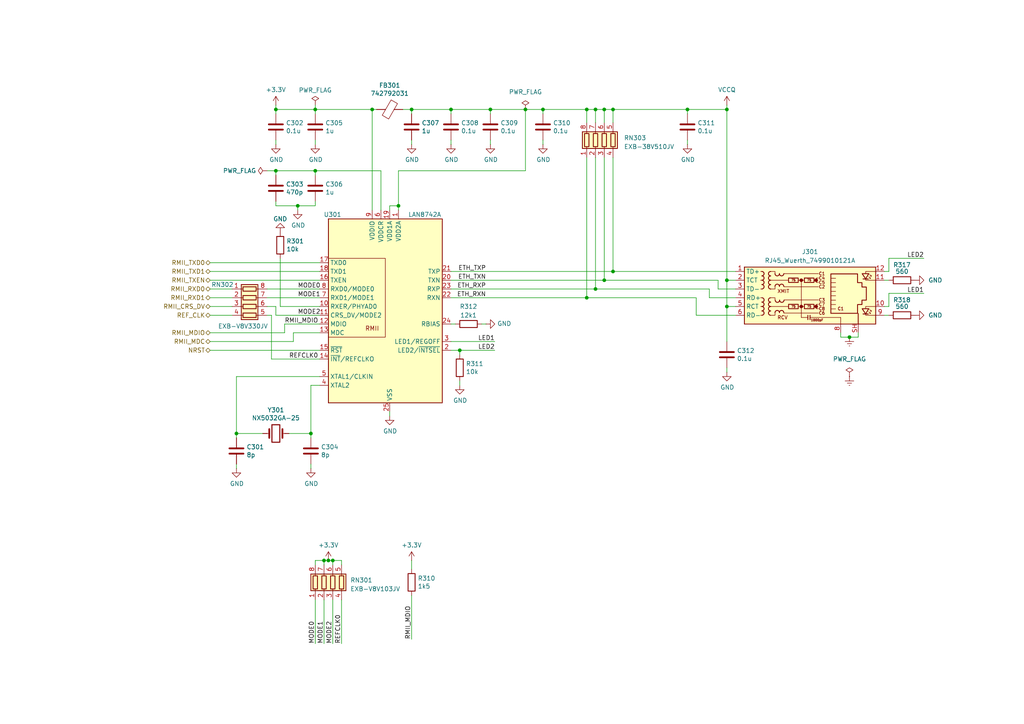
<source format=kicad_sch>
(kicad_sch (version 20231120) (generator "eeschema") (generator_version "8.0")
  (paper "A4")
  (lib_symbols
    (symbol "Connector:RJ45_Wuerth_7499010121A"
      (property "Reference" "J" (at 17.78 10.16 0))
      (property "Value" "RJ45_Wuerth_7499010121A" (at -6.35 10.16 0))
      (symbol "RJ45_Wuerth_7499010121A_0_0"
        (circle (center -1.27 -2.54) (radius 0.0001) (stroke (width 0.508)))
        (circle (center -1.27 5.08) (radius 0.0001) (stroke (width 0.508)))
        (polyline (pts (xy -1.27 5.08) (xy -1.27 -5.715)))
        (polyline (pts (xy 0.635 -5.08) (xy 0.635 -6.35)) (stroke (width 0.254)))
        (polyline (pts (xy 1.27 -5.08) (xy 1.27 -6.35)) (stroke (width 0.254)))
        (polyline (pts (xy 3.048 -2.54) (xy 2.54 -2.54)))
        (polyline (pts (xy 3.048 5.08) (xy 2.54 5.08)))
        (polyline (pts (xy 17.399 -3.175) (xy 17.399 -2.54) (xy 20.32 -2.54)))
        (polyline (pts (xy 17.399 6.985) (xy 17.399 7.62) (xy 20.32 7.62)))
        (polyline (pts (xy 20.32 -5.08) (xy 17.399 -5.08) (xy 17.399 -4.572)))
        (polyline (pts (xy 20.32 5.08) (xy 17.399 5.08) (xy 17.399 5.588)))
        (polyline (pts (xy 3.683 -1.905) (xy 3.048 -1.905) (xy 3.048 -3.175) (xy 3.683 -3.175)))
        (polyline (pts (xy 3.683 5.715) (xy 3.048 5.715) (xy 3.048 4.445) (xy 3.683 4.445)))
        (circle (center 3.048 -2.54) (radius 0.0001) (stroke (width 0.508)))
        (circle (center 3.048 5.08) (radius 0.0001) (stroke (width 0.508)))
        (text "C1" (at 4.699 6.985 0) (effects (font (size 0.889 0.889))))
        (text "C1" (at 10.16 -3.175 0) (effects (font (size 0.889 0.889))))
        (text "C2" (at 4.699 3.175 0) (effects (font (size 0.889 0.889))))
        (text "C3" (at 4.699 -0.635 0) (effects (font (size 0.889 0.889))))
        (text "C4" (at 4.699 5.715 0) (effects (font (size 0.889 0.889))))
        (text "C5" (at 4.699 4.445 0) (effects (font (size 0.889 0.889))))
        (text "C6" (at 4.699 -4.445 0) (effects (font (size 0.889 0.889))))
        (text "C7" (at 4.699 -1.905 0) (effects (font (size 0.889 0.889))))
        (text "C8" (at 4.699 -3.175 0) (effects (font (size 0.889 0.889))))
        (text "RCV" (at -8.255 -5.715 0) (effects (font (size 1.016 1.016)) (justify left)))
        (text "XMIT" (at -8.255 1.905 0) (effects (font (size 1.016 1.016)) (justify left)))
      )
      (symbol "RJ45_Wuerth_7499010121A_0_1"
        (rectangle (start -17.78 8.89) (end 20.32 -7.62) (stroke (width 0.254)) (fill (type background)))
        (polyline (pts (xy -12.7 -5.08) (xy -13.081 -5.08)))
        (polyline (pts (xy -12.7 -2.54) (xy -13.081 -2.54)))
        (polyline (pts (xy -12.7 0) (xy -13.081 0)))
        (polyline (pts (xy -12.7 2.54) (xy -13.081 2.54)))
        (polyline (pts (xy -12.7 5.08) (xy -13.081 5.08)))
        (polyline (pts (xy -12.7 7.62) (xy -13.081 7.62)))
        (polyline (pts (xy -6.35 -4.445) (xy 3.683 -4.445)))
        (polyline (pts (xy -6.35 3.175) (xy 3.683 3.175)))
        (polyline (pts (xy -6.35 6.985) (xy 3.683 6.985)))
        (polyline (pts (xy -6.223 -0.635) (xy 3.683 -0.635)))
        (polyline (pts (xy -5.08 -2.54) (xy -10.16 -2.54)))
        (polyline (pts (xy -4.953 5.08) (xy -10.16 5.08)))
        (polyline (pts (xy -2.159 -2.54) (xy -0.381 -2.54)))
        (polyline (pts (xy -2.159 5.08) (xy -0.381 5.08)))
        (polyline (pts (xy 0.635 -5.715) (xy -1.27 -5.715)))
        (polyline (pts (xy 7.4295 -1.9685) (xy 8.6995 -1.9685)))
        (polyline (pts (xy 7.4295 -0.6985) (xy 8.6995 -0.6985)))
        (polyline (pts (xy 7.4295 0.5715) (xy 8.6995 0.5715)))
        (polyline (pts (xy 7.4295 1.8415) (xy 8.6995 1.8415)))
        (polyline (pts (xy 7.4295 3.1115) (xy 8.6995 3.1115)))
        (polyline (pts (xy 8.6995 -3.2385) (xy 7.4295 -3.2385)))
        (polyline (pts (xy 8.6995 4.3815) (xy 7.4295 4.3815)))
        (polyline (pts (xy 8.6995 5.6515) (xy 7.4295 5.6515)))
        (polyline (pts (xy 10.16 -5.715) (xy 1.27 -5.715)))
        (polyline (pts (xy 10.16 -5.715) (xy 10.16 -7.62)))
        (polyline (pts (xy -10.16 0) (xy -8.89 0) (xy -8.89 -0.635)))
        (polyline (pts (xy -10.16 7.62) (xy -8.89 7.62) (xy -8.89 6.985)))
        (polyline (pts (xy -8.89 -4.445) (xy -8.89 -5.08) (xy -10.16 -5.08)))
        (polyline (pts (xy -8.89 3.175) (xy -8.89 2.54) (xy -10.16 2.54)))
      )
      (symbol "RJ45_Wuerth_7499010121A_1_0"
        (text "1000pF" (at 3.302 -6.477 0) (effects (font (size 0.635 0.635))))
      )
      (symbol "RJ45_Wuerth_7499010121A_1_1"
        (arc (start -12.7 -1.27) (mid -12.0677 -0.635) (end -12.7 0) (stroke (width 0.254)))
        (arc (start -12.6973 -5.08) (mid -12.065 -4.445) (end -12.6973 -3.81) (stroke (width 0.254)))
        (arc (start -12.6973 -3.81) (mid -12.065 -3.175) (end -12.6973 -2.54) (stroke (width 0.254)))
        (arc (start -12.6973 -2.54) (mid -12.065 -1.905) (end -12.6973 -1.27) (stroke (width 0.254)))
        (arc (start -12.6973 6.35) (mid -12.065 6.985) (end -12.6973 7.62) (stroke (width 0.254)))
        (arc (start -12.6946 2.54) (mid -12.0623 3.175) (end -12.6946 3.81) (stroke (width 0.254)))
        (arc (start -12.6946 3.81) (mid -12.0623 4.445) (end -12.6946 5.08) (stroke (width 0.254)))
        (arc (start -12.6946 5.08) (mid -12.0623 5.715) (end -12.6946 6.35) (stroke (width 0.254)))
        (arc (start -10.1654 -2.54) (mid -10.7977 -3.175) (end -10.1654 -3.81) (stroke (width 0.254)))
        (arc (start -10.1654 -1.27) (mid -10.7977 -1.905) (end -10.1654 -2.54) (stroke (width 0.254)))
        (arc (start -10.1654 0) (mid -10.7977 -0.635) (end -10.1654 -1.27) (stroke (width 0.254)))
        (arc (start -10.1654 5.08) (mid -10.7977 4.445) (end -10.1654 3.81) (stroke (width 0.254)))
        (arc (start -10.1654 6.35) (mid -10.7977 5.715) (end -10.1654 5.08) (stroke (width 0.254)))
        (arc (start -10.1654 7.62) (mid -10.7977 6.985) (end -10.1654 6.35) (stroke (width 0.254)))
        (arc (start -10.1627 -3.81) (mid -10.795 -4.445) (end -10.1627 -5.08) (stroke (width 0.254)))
        (arc (start -10.1627 3.81) (mid -10.795 3.175) (end -10.1627 2.54) (stroke (width 0.254)))
        (arc (start -8.89 6.9823) (mid -8.255 6.35) (end -7.62 6.9823) (stroke (width 0.254)))
        (arc (start -8.8265 -0.7012) (mid -8.1915 -1.3335) (end -7.5565 -0.7012) (stroke (width 0.254)))
        (arc (start -7.62 -4.3153) (mid -8.255 -3.683) (end -8.89 -4.3153) (stroke (width 0.254)))
        (arc (start -7.62 3.3047) (mid -8.255 3.937) (end -8.89 3.3047) (stroke (width 0.254)))
        (arc (start -7.62 6.985) (mid -6.985 6.3527) (end -6.35 6.985) (stroke (width 0.254)))
        (arc (start -7.5565 -0.6985) (mid -6.9215 -1.3308) (end -6.2865 -0.6985) (stroke (width 0.254)))
        (arc (start -6.35 -4.3126) (mid -6.985 -3.6803) (end -7.62 -4.3126) (stroke (width 0.254)))
        (arc (start -6.35 3.3074) (mid -6.985 3.9397) (end -7.62 3.3074) (stroke (width 0.254)))
        (rectangle (start -4.953 -1.905) (end -2.159 -3.175) (stroke (width 0.254)))
        (rectangle (start -4.953 5.715) (end -2.159 4.445) (stroke (width 0.254)))
        (rectangle (start -0.381 -1.905) (end 2.413 -3.175) (stroke (width 0.254)))
        (rectangle (start -0.381 5.715) (end 2.413 4.445) (stroke (width 0.254)))
        (polyline (pts (xy 15.24 -7.62) (xy 15.24 -4.572)) (stroke (width 0.254)))
        (polyline (pts (xy 18.161 -4.699) (xy 16.637 -4.699)) (stroke (width 0.254)))
        (polyline (pts (xy 18.161 5.461) (xy 16.637 5.461)) (stroke (width 0.254)))
        (polyline (pts (xy 18.796 -4.572) (xy 18.796 -4.318)))
        (polyline (pts (xy 18.796 5.588) (xy 18.796 5.842)))
        (polyline (pts (xy 19.05 -3.937) (xy 19.05 -3.683)))
        (polyline (pts (xy 19.05 6.223) (xy 19.05 6.477)))
        (polyline (pts (xy 18.288 -4.064) (xy 18.796 -4.572) (xy 18.542 -4.572)))
        (polyline (pts (xy 18.288 6.096) (xy 18.796 5.588) (xy 18.542 5.588)))
        (polyline (pts (xy 18.542 -3.429) (xy 19.05 -3.937) (xy 18.796 -3.937)))
        (polyline (pts (xy 18.542 6.731) (xy 19.05 6.223) (xy 18.796 6.223)))
        (polyline (pts (xy 18.288 -3.175) (xy 16.383 -3.175) (xy 17.399 -4.699) (xy 18.288 -3.175)) (stroke (width 0.254)))
        (polyline (pts (xy 18.288 6.985) (xy 16.383 6.985) (xy 17.399 5.461) (xy 18.288 6.985)) (stroke (width 0.254)))
        (polyline (pts (xy 7.3025 -4.5085) (xy 7.3025 6.9215) (xy 15.0495 6.9215) (xy 15.0495 4.3815) (xy 16.3195 4.3815) (xy 16.3195 3.1115) (xy 17.5895 3.1115) (xy 17.5895 -0.6985) (xy 16.3195 -0.6985) (xy 16.3195 -1.9685) (xy 15.0495 -1.9685) (xy 15.0495 -4.5085) (xy 7.3025 -4.5085)) (stroke (width 0.254)))
        (text "75" (at -3.556 -2.54 0) (effects (font (size 0.635 0.635))))
        (text "75" (at -3.556 5.08 0) (effects (font (size 0.635 0.635))))
        (text "75" (at 1.016 -2.54 0) (effects (font (size 0.635 0.635))))
        (text "75" (at 1.016 5.08 0) (effects (font (size 0.635 0.635))))
        (pin passive line (at -20.32 7.62 0) (length 2.54) (name "TD+") (number "1"))
        (pin passive line (at 22.86 -2.54 180) (length 2.54) (name "") (number "10"))
        (pin passive line (at 22.86 5.08 180) (length 2.54) (name "") (number "11"))
        (pin passive line (at 22.86 7.62 180) (length 2.54) (name "") (number "12"))
        (pin passive line (at -20.32 5.08 0) (length 2.54) (name "TCT") (number "2"))
        (pin passive line (at -20.32 2.54 0) (length 2.54) (name "TD-") (number "3"))
        (pin passive line (at -20.32 0 0) (length 2.54) (name "RD+") (number "4"))
        (pin passive line (at -20.32 -2.54 0) (length 2.54) (name "RCT") (number "5"))
        (pin passive line (at -20.32 -5.08 0) (length 2.54) (name "RD-") (number "6"))
        (pin no_connect line (at 20.32 0 0) (length 0) hide (name "NC") (number "7"))
        (pin power_in line (at 10.16 -10.16 90) (length 2.54) (name "") (number "8"))
        (pin passive line (at 22.86 -5.08 180) (length 2.54) (name "") (number "9"))
        (pin passive line (at 15.24 -10.16 90) (length 2.54) (name "") (number "SH"))
      )
    )
    (symbol "Device:C" (pin_numbers hide) (pin_names (offset 0.254))
      (property "Reference" "C" (at 0.635 2.54 0))
      (property "Value" "C" (at 0.635 -2.54 0))
      (symbol "C_0_1"
        (polyline (pts (xy -2.032 -0.762) (xy 2.032 -0.762)) (stroke (width 0.508)))
        (polyline (pts (xy -2.032 0.762) (xy 2.032 0.762)) (stroke (width 0.508)))
      )
      (symbol "C_1_1"
        (pin passive line (at 0 3.81 270) (length 2.794) (name "~") (number "1"))
        (pin passive line (at 0 -3.81 90) (length 2.794) (name "~") (number "2"))
      )
    )
    (symbol "Device:Crystal" (pin_numbers hide) (pin_names (offset 1.016) hide)
      (property "Reference" "Y" (at 0 3.81 0))
      (property "Value" "Crystal" (at 0 -3.81 0))
      (symbol "Crystal_0_1"
        (rectangle (start -1.143 2.54) (end 1.143 -2.54) (stroke (width 0.3048)))
        (polyline (pts (xy -2.54 0) (xy -1.905 0)))
        (polyline (pts (xy -1.905 -1.27) (xy -1.905 1.27)) (stroke (width 0.508)))
        (polyline (pts (xy 1.905 -1.27) (xy 1.905 1.27)) (stroke (width 0.508)))
        (polyline (pts (xy 2.54 0) (xy 1.905 0)))
      )
      (symbol "Crystal_1_1"
        (pin passive line (at -3.81 0 0) (length 1.27) (name "1") (number "1"))
        (pin passive line (at 3.81 0 180) (length 1.27) (name "2") (number "2"))
      )
    )
    (symbol "Device:FerriteBead" (pin_numbers hide) (pin_names (offset 0))
      (property "Reference" "FB" (at -3.81 0.635 90))
      (property "Value" "FerriteBead" (at 3.81 0 90))
      (symbol "FerriteBead_0_1"
        (polyline (pts (xy 0 -1.27) (xy 0 -1.2192)))
        (polyline (pts (xy 0 1.27) (xy 0 1.2954)))
        (polyline (pts (xy -2.7686 0.4064) (xy -1.7018 2.2606) (xy 2.7686 -0.3048) (xy 1.6764 -2.159) (xy -2.7686 0.4064)))
      )
      (symbol "FerriteBead_1_1"
        (pin passive line (at 0 3.81 270) (length 2.54) (name "~") (number "1"))
        (pin passive line (at 0 -3.81 90) (length 2.54) (name "~") (number "2"))
      )
    )
    (symbol "Device:R" (pin_numbers hide) (pin_names (offset 0))
      (property "Reference" "R" (at 2.032 0 90))
      (property "Value" "R" (at 0 0 90))
      (symbol "R_0_1"
        (rectangle (start -1.016 -2.54) (end 1.016 2.54) (stroke (width 0.254)))
      )
      (symbol "R_1_1"
        (pin passive line (at 0 3.81 270) (length 1.27) (name "~") (number "1"))
        (pin passive line (at 0 -3.81 90) (length 1.27) (name "~") (number "2"))
      )
    )
    (symbol "Device:R_Pack04" (pin_names (offset 0) hide)
      (property "Reference" "RN" (at -7.62 0 90))
      (property "Value" "R_Pack04" (at 5.08 0 90))
      (symbol "R_Pack04_0_1"
        (rectangle (start -6.35 -2.413) (end 3.81 2.413) (stroke (width 0.254)) (fill (type background)))
        (rectangle (start -5.715 1.905) (end -4.445 -1.905) (stroke (width 0.254)))
        (rectangle (start -3.175 1.905) (end -1.905 -1.905) (stroke (width 0.254)))
        (rectangle (start -0.635 1.905) (end 0.635 -1.905) (stroke (width 0.254)))
        (polyline (pts (xy -5.08 -2.54) (xy -5.08 -1.905)))
        (polyline (pts (xy -5.08 1.905) (xy -5.08 2.54)))
        (polyline (pts (xy -2.54 -2.54) (xy -2.54 -1.905)))
        (polyline (pts (xy -2.54 1.905) (xy -2.54 2.54)))
        (polyline (pts (xy 0 -2.54) (xy 0 -1.905)))
        (polyline (pts (xy 0 1.905) (xy 0 2.54)))
        (polyline (pts (xy 2.54 -2.54) (xy 2.54 -1.905)))
        (polyline (pts (xy 2.54 1.905) (xy 2.54 2.54)))
        (rectangle (start 1.905 1.905) (end 3.175 -1.905) (stroke (width 0.254)))
      )
      (symbol "R_Pack04_1_1"
        (pin passive line (at -5.08 -5.08 90) (length 2.54) (name "R1.1") (number "1"))
        (pin passive line (at -2.54 -5.08 90) (length 2.54) (name "R2.1") (number "2"))
        (pin passive line (at 0 -5.08 90) (length 2.54) (name "R3.1") (number "3"))
        (pin passive line (at 2.54 -5.08 90) (length 2.54) (name "R4.1") (number "4"))
        (pin passive line (at 2.54 5.08 270) (length 2.54) (name "R4.2") (number "5"))
        (pin passive line (at 0 5.08 270) (length 2.54) (name "R3.2") (number "6"))
        (pin passive line (at -2.54 5.08 270) (length 2.54) (name "R2.2") (number "7"))
        (pin passive line (at -5.08 5.08 270) (length 2.54) (name "R1.2") (number "8"))
      )
    )
    (symbol "Interface_Ethernet:LAN8742A"
      (property "Reference" "U" (at -13.97 29.21 0))
      (property "Value" "LAN8742A" (at 15.24 29.21 0))
      (symbol "LAN8742A_0_0"
        (text "RMII" (at -5.08 -3.81 0) (effects (font (size 1.27 1.27))))
      )
      (symbol "LAN8742A_0_1"
        (rectangle (start -17.78 27.94) (end 15.24 -25.4) (stroke (width 0.254)) (fill (type background)))
        (polyline (pts (xy -17.78 -6.35) (xy -1.27 -6.35) (xy -1.27 16.51) (xy -17.78 16.51)))
      )
      (symbol "LAN8742A_1_1"
        (pin power_in line (at 2.54 30.48 270) (length 2.54) (name "VDD2A") (number "1"))
        (pin output line (at -20.32 2.54 0) (length 2.54) (name "RXER/PHYAD0") (number "10"))
        (pin bidirectional line (at -20.32 0 0) (length 2.54) (name "CRS_DV/MODE2") (number "11"))
        (pin bidirectional line (at -20.32 -2.54 0) (length 2.54) (name "MDIO") (number "12"))
        (pin input line (at -20.32 -5.08 0) (length 2.54) (name "MDC") (number "13"))
        (pin output line (at -20.32 -12.7 0) (length 2.54) (name "~{INT}/REFCLKO") (number "14"))
        (pin input line (at -20.32 -10.16 0) (length 2.54) (name "~{RST}") (number "15"))
        (pin input line (at -20.32 10.16 0) (length 2.54) (name "TXEN") (number "16"))
        (pin input line (at -20.32 15.24 0) (length 2.54) (name "TXD0") (number "17"))
        (pin input line (at -20.32 12.7 0) (length 2.54) (name "TXD1") (number "18"))
        (pin power_in line (at 0 30.48 270) (length 2.54) (name "VDD1A") (number "19"))
        (pin bidirectional line (at 17.78 -10.16 180) (length 2.54) (name "LED2/~{INTSEL}") (number "2"))
        (pin passive line (at 17.78 10.16 180) (length 2.54) (name "TXN") (number "20"))
        (pin passive line (at 17.78 12.7 180) (length 2.54) (name "TXP") (number "21"))
        (pin passive line (at 17.78 5.08 180) (length 2.54) (name "RXN") (number "22"))
        (pin passive line (at 17.78 7.62 180) (length 2.54) (name "RXP") (number "23"))
        (pin passive line (at 17.78 -2.54 180) (length 2.54) (name "RBIAS") (number "24"))
        (pin power_in line (at 0 -27.94 90) (length 2.54) (name "VSS") (number "25"))
        (pin bidirectional line (at 17.78 -7.62 180) (length 2.54) (name "LED1/REGOFF") (number "3"))
        (pin output line (at -20.32 -20.32 0) (length 2.54) (name "XTAL2") (number "4"))
        (pin input line (at -20.32 -17.78 0) (length 2.54) (name "XTAL1/CLKIN") (number "5"))
        (pin power_in line (at -2.54 30.48 270) (length 2.54) (name "VDDCR") (number "6"))
        (pin bidirectional line (at -20.32 5.08 0) (length 2.54) (name "RXD1/MODE1") (number "7"))
        (pin bidirectional line (at -20.32 7.62 0) (length 2.54) (name "RXD0/MODE0") (number "8"))
        (pin power_in line (at -5.08 30.48 270) (length 2.54) (name "VDDIO") (number "9"))
      )
    )
    (symbol "power:+3.3V" (power) (pin_numbers hide) (pin_names (offset 0) hide)
      (property "Value" "+3.3V" (at 0 3.556 0))
      (symbol "+3.3V_0_1"
        (polyline (pts (xy -0.762 1.27) (xy 0 2.54)))
        (polyline (pts (xy 0 0) (xy 0 2.54)))
        (polyline (pts (xy 0 2.54) (xy 0.762 1.27)))
      )
      (symbol "+3.3V_1_1"
        (pin power_in line (at 0 0 90) (length 0) (name "~") (number "1"))
      )
    )
    (symbol "power:Earth" (power) (pin_numbers hide) (pin_names (offset 0) hide)
      (property "Value" "Earth" (at 0 -3.81 0))
      (symbol "Earth_0_1"
        (polyline (pts (xy -0.635 -1.905) (xy 0.635 -1.905)))
        (polyline (pts (xy -0.127 -2.54) (xy 0.127 -2.54)))
        (polyline (pts (xy 0 -1.27) (xy 0 0)))
        (polyline (pts (xy 1.27 -1.27) (xy -1.27 -1.27)))
      )
      (symbol "Earth_1_1"
        (pin power_in line (at 0 0 270) (length 0) (name "~") (number "1"))
      )
    )
    (symbol "power:GND" (power) (pin_numbers hide) (pin_names (offset 0) hide)
      (property "Value" "GND" (at 0 -3.81 0))
      (symbol "GND_0_1"
        (polyline (pts (xy 0 0) (xy 0 -1.27) (xy 1.27 -1.27) (xy 0 -2.54) (xy -1.27 -1.27) (xy 0 -1.27)))
      )
      (symbol "GND_1_1"
        (pin power_in line (at 0 0 270) (length 0) (name "~") (number "1"))
      )
    )
    (symbol "power:PWR_FLAG" (power) (pin_numbers hide) (pin_names (offset 0) hide)
      (property "Value" "PWR_FLAG" (at 0 3.81 0))
      (symbol "PWR_FLAG_0_0"
        (pin power_out line (at 0 0 90) (length 0) (name "~") (number "1"))
      )
      (symbol "PWR_FLAG_0_1"
        (polyline (pts (xy 0 0) (xy 0 1.27) (xy -1.016 1.905) (xy 0 2.54) (xy 1.016 1.905) (xy 0 1.27)))
      )
    )
    (symbol "power:VCCQ" (power) (pin_numbers hide) (pin_names (offset 0) hide)
      (property "Value" "VCCQ" (at 0 3.556 0))
      (symbol "VCCQ_0_1"
        (polyline (pts (xy -0.762 1.27) (xy 0 2.54)))
        (polyline (pts (xy 0 0) (xy 0 2.54)))
        (polyline (pts (xy 0 2.54) (xy 0.762 1.27)))
      )
      (symbol "VCCQ_1_1"
        (pin power_in line (at 0 0 90) (length 0) (name "~") (number "1"))
      )
    )
  )
  (junction (at 90.17 125.73))
  (junction (at 93.98 162.56))
  (junction (at 133.35 101.6))
  (junction (at 130.81 31.75))
  (junction (at 175.26 81.28))
  (junction (at 157.48 31.75))
  (junction (at 175.26 31.75))
  (junction (at 80.01 31.75))
  (junction (at 68.58 125.73))
  (junction (at 177.8 31.75))
  (junction (at 172.72 31.75))
  (junction (at 119.38 31.75))
  (junction (at 107.95 31.75))
  (junction (at 91.44 31.75))
  (junction (at 177.8 78.74))
  (junction (at 152.4 31.75))
  (junction (at 199.39 31.75))
  (junction (at 142.24 31.75))
  (junction (at 246.38 97.79))
  (junction (at 170.18 86.36))
  (junction (at 210.82 81.28))
  (junction (at 172.72 83.82))
  (junction (at 91.44 49.53))
  (junction (at 170.18 31.75))
  (junction (at 115.57 59.69))
  (junction (at 210.82 31.75))
  (junction (at 210.82 88.9))
  (junction (at 95.25 162.56))
  (junction (at 96.52 162.56))
  (junction (at 80.01 49.53))
  (junction (at 86.36 59.69))
  (wire (pts (xy 119.38 33.02) (xy 119.38 31.75)))
  (wire (pts (xy 133.35 111.76) (xy 133.35 110.49)))
  (wire (pts (xy 130.81 86.36) (xy 170.18 86.36)))
  (wire (pts (xy 67.31 83.82) (xy 60.96 83.82)))
  (wire (pts (xy 91.44 41.91) (xy 91.44 40.64)))
  (wire (pts (xy 93.98 162.56) (xy 93.98 163.83)))
  (wire (pts (xy 243.84 96.52) (xy 243.84 97.79)))
  (wire (pts (xy 132.08 93.98) (xy 130.81 93.98)))
  (wire (pts (xy 210.82 88.9) (xy 210.82 81.28)))
  (wire (pts (xy 177.8 31.75) (xy 199.39 31.75)))
  (wire (pts (xy 157.48 41.91) (xy 157.48 40.64)))
  (wire (pts (xy 157.48 31.75) (xy 170.18 31.75)))
  (wire (pts (xy 60.96 86.36) (xy 67.31 86.36)))
  (wire (pts (xy 152.4 49.53) (xy 152.4 31.75)))
  (wire (pts (xy 107.95 31.75) (xy 107.95 60.96)))
  (wire (pts (xy 107.95 31.75) (xy 109.22 31.75)))
  (wire (pts (xy 60.96 76.2) (xy 92.71 76.2)))
  (wire (pts (xy 80.01 58.42) (xy 80.01 59.69)))
  (wire (pts (xy 91.44 31.75) (xy 107.95 31.75)))
  (wire (pts (xy 60.96 81.28) (xy 92.71 81.28)))
  (wire (pts (xy 205.74 83.82) (xy 205.74 86.36)))
  (wire (pts (xy 77.47 49.53) (xy 80.01 49.53)))
  (wire (pts (xy 210.82 107.95) (xy 210.82 106.68)))
  (wire (pts (xy 177.8 78.74) (xy 213.36 78.74)))
  (wire (pts (xy 60.96 96.52) (xy 82.55 96.52)))
  (wire (pts (xy 175.26 45.72) (xy 175.26 81.28)))
  (wire (pts (xy 96.52 173.99) (xy 96.52 186.69)))
  (wire (pts (xy 60.96 91.44) (xy 67.31 91.44)))
  (wire (pts (xy 199.39 41.91) (xy 199.39 40.64)))
  (wire (pts (xy 68.58 134.62) (xy 68.58 135.89)))
  (wire (pts (xy 142.24 41.91) (xy 142.24 40.64)))
  (wire (pts (xy 91.44 50.8) (xy 91.44 49.53)))
  (wire (pts (xy 210.82 99.06) (xy 210.82 88.9)))
  (wire (pts (xy 130.81 41.91) (xy 130.81 40.64)))
  (wire (pts (xy 175.26 31.75) (xy 175.26 35.56)))
  (wire (pts (xy 199.39 31.75) (xy 210.82 31.75)))
  (wire (pts (xy 133.35 101.6) (xy 143.51 101.6)))
  (wire (pts (xy 91.44 49.53) (xy 110.49 49.53)))
  (wire (pts (xy 80.01 30.48) (xy 80.01 31.75)))
  (wire (pts (xy 256.54 91.44) (xy 257.81 91.44)))
  (wire (pts (xy 152.4 31.75) (xy 157.48 31.75)))
  (wire (pts (xy 172.72 31.75) (xy 172.72 35.56)))
  (wire (pts (xy 77.47 86.36) (xy 92.71 86.36)))
  (wire (pts (xy 256.54 81.28) (xy 257.81 81.28)))
  (wire (pts (xy 267.97 74.93) (xy 257.81 74.93)))
  (wire (pts (xy 172.72 45.72) (xy 172.72 83.82)))
  (wire (pts (xy 90.17 125.73) (xy 90.17 111.76)))
  (wire (pts (xy 113.03 120.65) (xy 113.03 119.38)))
  (wire (pts (xy 91.44 162.56) (xy 93.98 162.56)))
  (wire (pts (xy 210.82 31.75) (xy 210.82 81.28)))
  (wire (pts (xy 91.44 163.83) (xy 91.44 162.56)))
  (wire (pts (xy 60.96 88.9) (xy 67.31 88.9)))
  (wire (pts (xy 243.84 97.79) (xy 246.38 97.79)))
  (wire (pts (xy 81.28 74.93) (xy 81.28 88.9)))
  (wire (pts (xy 60.96 99.06) (xy 85.09 99.06)))
  (wire (pts (xy 99.06 173.99) (xy 99.06 186.69)))
  (wire (pts (xy 96.52 162.56) (xy 96.52 163.83)))
  (wire (pts (xy 78.74 104.14) (xy 92.71 104.14)))
  (wire (pts (xy 130.81 101.6) (xy 133.35 101.6)))
  (wire (pts (xy 257.81 78.74) (xy 257.81 74.93)))
  (wire (pts (xy 130.81 33.02) (xy 130.81 31.75)))
  (wire (pts (xy 92.71 88.9) (xy 81.28 88.9)))
  (wire (pts (xy 246.38 97.79) (xy 248.92 97.79)))
  (wire (pts (xy 78.74 91.44) (xy 78.74 104.14)))
  (wire (pts (xy 142.24 31.75) (xy 130.81 31.75)))
  (wire (pts (xy 130.81 78.74) (xy 177.8 78.74)))
  (wire (pts (xy 90.17 111.76) (xy 92.71 111.76)))
  (wire (pts (xy 157.48 33.02) (xy 157.48 31.75)))
  (wire (pts (xy 199.39 33.02) (xy 199.39 31.75)))
  (wire (pts (xy 80.01 59.69) (xy 86.36 59.69)))
  (wire (pts (xy 91.44 33.02) (xy 91.44 31.75)))
  (wire (pts (xy 85.09 96.52) (xy 92.71 96.52)))
  (wire (pts (xy 91.44 30.48) (xy 91.44 31.75)))
  (wire (pts (xy 90.17 127) (xy 90.17 125.73)))
  (wire (pts (xy 256.54 78.74) (xy 257.81 78.74)))
  (wire (pts (xy 152.4 31.75) (xy 142.24 31.75)))
  (wire (pts (xy 210.82 81.28) (xy 213.36 81.28)))
  (wire (pts (xy 60.96 101.6) (xy 92.71 101.6)))
  (wire (pts (xy 119.38 172.72) (xy 119.38 185.42)))
  (wire (pts (xy 90.17 135.89) (xy 90.17 134.62)))
  (wire (pts (xy 77.47 83.82) (xy 92.71 83.82)))
  (wire (pts (xy 172.72 31.75) (xy 175.26 31.75)))
  (wire (pts (xy 82.55 96.52) (xy 82.55 93.98)))
  (wire (pts (xy 93.98 173.99) (xy 93.98 186.69)))
  (wire (pts (xy 119.38 31.75) (xy 116.84 31.75)))
  (wire (pts (xy 119.38 165.1) (xy 119.38 162.56)))
  (wire (pts (xy 77.47 91.44) (xy 78.74 91.44)))
  (wire (pts (xy 80.01 31.75) (xy 91.44 31.75)))
  (wire (pts (xy 115.57 59.69) (xy 115.57 49.53)))
  (wire (pts (xy 177.8 45.72) (xy 177.8 78.74)))
  (wire (pts (xy 170.18 86.36) (xy 201.93 86.36)))
  (wire (pts (xy 210.82 88.9) (xy 213.36 88.9)))
  (wire (pts (xy 113.03 59.69) (xy 115.57 59.69)))
  (wire (pts (xy 86.36 60.96) (xy 86.36 59.69)))
  (wire (pts (xy 208.28 83.82) (xy 213.36 83.82)))
  (wire (pts (xy 95.25 162.56) (xy 96.52 162.56)))
  (wire (pts (xy 68.58 109.22) (xy 68.58 125.73)))
  (wire (pts (xy 115.57 59.69) (xy 115.57 60.96)))
  (wire (pts (xy 130.81 31.75) (xy 119.38 31.75)))
  (wire (pts (xy 170.18 45.72) (xy 170.18 86.36)))
  (wire (pts (xy 92.71 109.22) (xy 68.58 109.22)))
  (wire (pts (xy 93.98 162.56) (xy 95.25 162.56)))
  (wire (pts (xy 267.97 85.09) (xy 257.81 85.09)))
  (wire (pts (xy 80.01 91.44) (xy 92.71 91.44)))
  (wire (pts (xy 115.57 49.53) (xy 152.4 49.53)))
  (wire (pts (xy 201.93 86.36) (xy 201.93 91.44)))
  (wire (pts (xy 170.18 31.75) (xy 170.18 35.56)))
  (wire (pts (xy 248.92 96.52) (xy 248.92 97.79)))
  (wire (pts (xy 257.81 85.09) (xy 257.81 88.9)))
  (wire (pts (xy 130.81 83.82) (xy 172.72 83.82)))
  (wire (pts (xy 208.28 81.28) (xy 208.28 83.82)))
  (wire (pts (xy 140.97 93.98) (xy 139.7 93.98)))
  (wire (pts (xy 130.81 81.28) (xy 175.26 81.28)))
  (wire (pts (xy 256.54 88.9) (xy 257.81 88.9)))
  (wire (pts (xy 77.47 88.9) (xy 80.01 88.9)))
  (wire (pts (xy 172.72 83.82) (xy 205.74 83.82)))
  (wire (pts (xy 96.52 162.56) (xy 99.06 162.56)))
  (wire (pts (xy 205.74 86.36) (xy 213.36 86.36)))
  (wire (pts (xy 83.82 125.73) (xy 90.17 125.73)))
  (wire (pts (xy 177.8 31.75) (xy 177.8 35.56)))
  (wire (pts (xy 80.01 41.91) (xy 80.01 40.64)))
  (wire (pts (xy 82.55 93.98) (xy 92.71 93.98)))
  (wire (pts (xy 80.01 49.53) (xy 91.44 49.53)))
  (wire (pts (xy 175.26 31.75) (xy 177.8 31.75)))
  (wire (pts (xy 175.26 81.28) (xy 208.28 81.28)))
  (wire (pts (xy 86.36 59.69) (xy 91.44 59.69)))
  (wire (pts (xy 91.44 59.69) (xy 91.44 58.42)))
  (wire (pts (xy 80.01 33.02) (xy 80.01 31.75)))
  (wire (pts (xy 210.82 30.48) (xy 210.82 31.75)))
  (wire (pts (xy 99.06 162.56) (xy 99.06 163.83)))
  (wire (pts (xy 68.58 125.73) (xy 76.2 125.73)))
  (wire (pts (xy 133.35 102.87) (xy 133.35 101.6)))
  (wire (pts (xy 60.96 78.74) (xy 92.71 78.74)))
  (wire (pts (xy 68.58 127) (xy 68.58 125.73)))
  (wire (pts (xy 130.81 99.06) (xy 143.51 99.06)))
  (wire (pts (xy 80.01 49.53) (xy 80.01 50.8)))
  (wire (pts (xy 170.18 31.75) (xy 172.72 31.75)))
  (wire (pts (xy 142.24 33.02) (xy 142.24 31.75)))
  (wire (pts (xy 113.03 60.96) (xy 113.03 59.69)))
  (wire (pts (xy 85.09 99.06) (xy 85.09 96.52)))
  (wire (pts (xy 201.93 91.44) (xy 213.36 91.44)))
  (wire (pts (xy 119.38 41.91) (xy 119.38 40.64)))
  (wire (pts (xy 110.49 49.53) (xy 110.49 60.96)))
  (wire (pts (xy 91.44 173.99) (xy 91.44 186.69)))
  (wire (pts (xy 80.01 88.9) (xy 80.01 91.44)))
  (label "ETH_TXP" (at 140.97 78.74 180))
  (label "MODE1" (at 93.98 186.69 90))
  (label "LED1" (at 267.97 85.09 180))
  (label "RMII_MDIO" (at 82.55 93.98 0))
  (label "LED2" (at 267.97 74.93 180))
  (label "MODE0" (at 91.44 186.69 90))
  (label "ETH_RXP" (at 140.97 83.82 180))
  (label "ETH_RXN" (at 140.97 86.36 180))
  (label "LED1" (at 143.51 99.06 180))
  (label "MODE1" (at 86.36 86.36 0))
  (label "MODE2" (at 86.36 91.44 0))
  (label "MODE0" (at 86.36 83.82 0))
  (label "RMII_MDIO" (at 119.38 185.42 90))
  (label "LED2" (at 143.51 101.6 180))
  (label "REFCLK0" (at 83.82 104.14 0))
  (label "REFCLK0" (at 99.06 186.69 90))
  (label "MODE2" (at 96.52 186.69 90))
  (label "ETH_TXN" (at 140.97 81.28 180))
  (hierarchical_label "RMII_TXD1" (shape bidirectional) (at 60.96 78.74 180))
  (hierarchical_label "REF_CLK" (shape bidirectional) (at 60.96 91.44 180))
  (hierarchical_label "RMII_MDIO" (shape bidirectional) (at 60.96 96.52 180))
  (hierarchical_label "RMII_CRS_DV" (shape bidirectional) (at 60.96 88.9 180))
  (hierarchical_label "RMII_RXD1" (shape bidirectional) (at 60.96 86.36 180))
  (hierarchical_label "RMII_MDC" (shape bidirectional) (at 60.96 99.06 180))
  (hierarchical_label "RMII_TXD0" (shape bidirectional) (at 60.96 76.2 180))
  (hierarchical_label "RMII_TXEN" (shape bidirectional) (at 60.96 81.28 180))
  (hierarchical_label "NRST" (shape bidirectional) (at 60.96 101.6 180))
  (hierarchical_label "RMII_RXD0" (shape bidirectional) (at 60.96 83.82 180))
  (symbol (lib_id "Device:C") (at 90.17 130.81 0) (unit 1)
    (property "Reference" "C304" (at 93.091 129.6416 0) (effects (justify left)))
    (property "Value" "8p" (at 93.091 131.953 0) (effects (justify left)))
    (property "Footprint" "Capacitor_SMD:C_0603_1608Metric_Pad1.08x0.95mm_HandSolder" (effects (hide yes)))
    (instances (project "ETH1HMSR-SMS" (path "" (reference "C304") (unit 1))) (project "ETH1ACPL-C79x" (path "" (reference "C404") (unit 1))) (project "ETH1IRCAM1" (path "" (reference "C304") (unit 1))))
  )
  (symbol (lib_id "Device:R") (at 119.38 168.91 0) (unit 1)
    (property "Reference" "R310" (at 121.158 167.7416 0) (effects (justify left)))
    (property "Value" "1k5" (at 121.158 170.053 0) (effects (justify left)))
    (property "Footprint" "Resistor_SMD:R_0603_1608Metric_Pad0.98x0.95mm_HandSolder" (effects (hide yes)))
    (instances (project "ETH1HMSR-SMS" (path "" (reference "R310") (unit 1))) (project "ETH1ACPL-C79x" (path "" (reference "R402") (unit 1))) (project "ETH1IRCAM1" (path "" (reference "R310") (unit 1))))
  )
  (symbol (lib_id "Device:C") (at 130.81 36.83 0) (unit 1)
    (property "Reference" "C308" (at 133.731 35.6616 0) (effects (justify left)))
    (property "Value" "0.1u" (at 133.731 37.973 0) (effects (justify left)))
    (property "Footprint" "Capacitor_SMD:C_0603_1608Metric_Pad1.08x0.95mm_HandSolder" (effects (hide yes)))
    (instances (project "ETH1HMSR-SMS" (path "" (reference "C308") (unit 1))) (project "ETH1ACPL-C79x" (path "" (reference "C408") (unit 1))) (project "ETH1IRCAM1" (path "" (reference "C308") (unit 1))))
  )
  (symbol (lib_id "power:PWR_FLAG") (at 246.38 109.22 0) (unit 1)
    (property "Reference" "#FLG0303" (effects (hide yes)))
    (property "Value" "PWR_FLAG" (at 246.38 104.14 0))
    (property "Description" "Special symbol for telling ERC where power comes from" (effects (hide yes)))
    (instances (project "ETH1HMSR-SMS" (path "" (reference "#FLG0303") (unit 1))) (project "ETH1ACPL-C79x" (path "" (reference "#FLG0404") (unit 1))) (project "ETH1IRCAM1" (path "" (reference "#FLG0303") (unit 1))))
  )
  (symbol (lib_id "Device:R") (at 261.62 81.28 90) (unit 1)
    (property "Reference" "R317" (at 261.62 76.835 90))
    (property "Value" "560" (at 261.62 78.74 90))
    (property "Footprint" "Resistor_SMD:R_0603_1608Metric_Pad0.98x0.95mm_HandSolder" (effects (hide yes)))
    (instances (project "ETH1HMSR-SMS" (path "" (reference "R317") (unit 1))) (project "ETH1ACPL-C79x" (path "" (reference "R405") (unit 1))) (project "ETH1IRCAM1" (path "" (reference "R317") (unit 1))))
  )
  (symbol (lib_id "power:PWR_FLAG") (at 91.44 30.48 0) (unit 1)
    (property "Reference" "#FLG02" (effects (hide yes)))
    (property "Value" "PWR_FLAG" (at 91.44 26.162 0))
    (property "Description" "Special symbol for telling ERC where power comes from" (effects (hide yes)))
    (instances (project "ETH1HMSR-SMS" (path "" (reference "#FLG02") (unit 1))) (project "ETH1ACPL-C79x" (path "" (reference "#FLG0402") (unit 1))))
  )
  (symbol (lib_id "power:GND") (at 199.39 41.91 0) (unit 1)
    (property "Reference" "#PWR0316" (effects (hide yes)))
    (property "Value" "GND" (at 199.517 46.3042 0))
    (property "Description" "Power symbol creates a global label with name \"GND\" , ground" (effects (hide yes)))
    (instances (project "ETH1HMSR-SMS" (path "" (reference "#PWR0316") (unit 1))) (project "ETH1ACPL-C79x" (path "" (reference "#PWR0417") (unit 1))) (project "ETH1IRCAM1" (path "" (reference "#PWR0316") (unit 1))))
  )
  (symbol (lib_id "power:+3.3V") (at 80.01 30.48 0) (unit 1)
    (property "Reference" "#PWR0303" (effects (hide yes)))
    (property "Value" "+3.3V" (at 80.01 26.035 0))
    (property "Description" "Power symbol creates a global label with name \"+3.3V\"" (effects (hide yes)))
    (instances (project "ETH1HMSR-SMS" (path "" (reference "#PWR0303") (unit 1))) (project "ETH1ACPL-C79x" (path "" (reference "#PWR0402") (unit 1))) (project "ETH1IRCAM1" (path "" (reference "#PWR0303") (unit 1))))
  )
  (symbol (lib_id "Device:C") (at 119.38 36.83 0) (unit 1)
    (property "Reference" "C307" (at 122.301 35.6616 0) (effects (justify left)))
    (property "Value" "1u" (at 122.301 37.973 0) (effects (justify left)))
    (property "Footprint" "Capacitor_SMD:C_0603_1608Metric_Pad1.08x0.95mm_HandSolder" (effects (hide yes)))
    (instances (project "ETH1HMSR-SMS" (path "" (reference "C307") (unit 1))) (project "ETH1ACPL-C79x" (path "" (reference "C407") (unit 1))) (project "ETH1IRCAM1" (path "" (reference "C307") (unit 1))))
  )
  (symbol (lib_id "power:+3.3V") (at 95.25 162.56 0) (unit 1)
    (property "Reference" "#PWR0309" (effects (hide yes)))
    (property "Value" "+3.3V" (at 95.25 158.115 0))
    (property "Description" "Power symbol creates a global label with name \"+3.3V\"" (effects (hide yes)))
    (instances (project "ETH1HMSR-SMS" (path "" (reference "#PWR0309") (unit 1))) (project "ETH1ACPL-C79x" (path "" (reference "#PWR0408") (unit 1))) (project "ETH1IRCAM1" (path "" (reference "#PWR0309") (unit 1))))
  )
  (symbol (lib_id "Device:C") (at 80.01 54.61 0) (unit 1)
    (property "Reference" "C303" (at 82.931 53.4416 0) (effects (justify left)))
    (property "Value" "470p" (at 82.931 55.753 0) (effects (justify left)))
    (property "Footprint" "Capacitor_SMD:C_0603_1608Metric_Pad1.08x0.95mm_HandSolder" (effects (hide yes)))
    (instances (project "ETH1HMSR-SMS" (path "" (reference "C303") (unit 1))) (project "ETH1ACPL-C79x" (path "" (reference "C403") (unit 1))) (project "ETH1IRCAM1" (path "" (reference "C303") (unit 1))))
  )
  (symbol (lib_id "power:GND") (at 113.03 120.65 0) (unit 1)
    (property "Reference" "#PWR0308" (effects (hide yes)))
    (property "Value" "GND" (at 113.157 125.0442 0))
    (property "Description" "Power symbol creates a global label with name \"GND\" , ground" (effects (hide yes)))
    (instances (project "ETH1HMSR-SMS" (path "" (reference "#PWR0308") (unit 1))) (project "ETH1ACPL-C79x" (path "" (reference "#PWR0409") (unit 1))) (project "ETH1IRCAM1" (path "" (reference "#PWR0308") (unit 1))))
  )
  (symbol (lib_id "Device:C") (at 68.58 130.81 0) (unit 1)
    (property "Reference" "C301" (at 71.501 129.6416 0) (effects (justify left)))
    (property "Value" "8p" (at 71.501 131.953 0) (effects (justify left)))
    (property "Footprint" "Capacitor_SMD:C_0603_1608Metric_Pad1.08x0.95mm_HandSolder" (effects (hide yes)))
    (instances (project "ETH1HMSR-SMS" (path "" (reference "C301") (unit 1))) (project "ETH1ACPL-C79x" (path "" (reference "C401") (unit 1))) (project "ETH1IRCAM1" (path "" (reference "C301") (unit 1))))
  )
  (symbol (lib_id "power:+3.3V") (at 119.38 162.56 0) (unit 1)
    (property "Reference" "#PWR0323" (effects (hide yes)))
    (property "Value" "+3.3V" (at 119.38 158.115 0))
    (property "Description" "Power symbol creates a global label with name \"+3.3V\"" (effects (hide yes)))
    (instances (project "ETH1HMSR-SMS" (path "" (reference "#PWR0323") (unit 1))) (project "ETH1ACPL-C79x" (path "" (reference "#PWR0411") (unit 1))) (project "ETH1IRCAM1" (path "" (reference "#PWR0309") (unit 1))))
  )
  (symbol (lib_id "power:GND") (at 157.48 41.91 0) (unit 1)
    (property "Reference" "#PWR0315" (effects (hide yes)))
    (property "Value" "GND" (at 157.607 46.3042 0))
    (property "Description" "Power symbol creates a global label with name \"GND\" , ground" (effects (hide yes)))
    (instances (project "ETH1HMSR-SMS" (path "" (reference "#PWR0315") (unit 1))) (project "ETH1ACPL-C79x" (path "" (reference "#PWR0416") (unit 1))) (project "ETH1IRCAM1" (path "" (reference "#PWR0315") (unit 1))))
  )
  (symbol (lib_id "power:GND") (at 90.17 135.89 0) (unit 1)
    (property "Reference" "#PWR0306" (effects (hide yes)))
    (property "Value" "GND" (at 90.297 140.2842 0))
    (property "Description" "Power symbol creates a global label with name \"GND\" , ground" (effects (hide yes)))
    (instances (project "ETH1HMSR-SMS" (path "" (reference "#PWR0306") (unit 1))) (project "ETH1ACPL-C79x" (path "" (reference "#PWR0406") (unit 1))) (project "ETH1IRCAM1" (path "" (reference "#PWR0306") (unit 1))))
  )
  (symbol (lib_id "Device:R") (at 81.28 71.12 0) (unit 1)
    (property "Reference" "R301" (at 83.058 69.9516 0) (effects (justify left)))
    (property "Value" "10k" (at 83.058 72.263 0) (effects (justify left)))
    (property "Footprint" "Resistor_SMD:R_0603_1608Metric_Pad0.98x0.95mm_HandSolder" (effects (hide yes)))
    (instances (project "ETH1HMSR-SMS" (path "" (reference "R301") (unit 1))) (project "ETH1ACPL-C79x" (path "" (reference "R401") (unit 1))) (project "ETH1IRCAM1" (path "" (reference "R310") (unit 1))))
  )
  (symbol (lib_id "power:Earth") (at 246.38 109.22 0) (unit 1)
    (property "Reference" "#PWR0320" (effects (hide yes)))
    (property "Value" "Earth" (effects (hide yes)))
    (property "Description" "Power symbol creates a global label with name \"Earth\"" (effects (hide yes)))
    (instances (project "ETH1HMSR-SMS" (path "" (reference "#PWR0320") (unit 1))) (project "ETH1ACPL-C79x" (path "" (reference "#PWR0421") (unit 1))) (project "ETH1IRCAM1" (path "" (reference "#PWR0320") (unit 1))))
  )
  (symbol (lib_id "Device:R_Pack04") (at 175.26 40.64 0) (unit 1)
    (property "Reference" "RN303" (at 180.975 40.005 0) (effects (justify left)))
    (property "Value" "EXB-38V510JV" (at 180.975 42.545 0) (effects (justify left)))
    (property "Footprint" "Resistor_SMD:R_Array_Concave_4x0603" (effects (hide yes)))
    (instances (project "ETH1HMSR-SMS" (path "" (reference "RN303") (unit 1))) (project "ETH1ACPL-C79x" (path "" (reference "RN403") (unit 1))))
  )
  (symbol (lib_id "Device:R_Pack04") (at 72.39 88.9 270) (unit 1)
    (property "Reference" "RN302" (at 64.516 82.55 90))
    (property "Value" "EXB-V8V330JV" (at 70.485 94.615 90))
    (property "Footprint" "Resistor_SMD:R_Array_Concave_4x0603" (effects (hide yes)))
    (instances (project "ETH1HMSR-SMS" (path "" (reference "RN302") (unit 1))) (project "ETH1ACPL-C79x" (path "" (reference "RN401") (unit 1))))
  )
  (symbol (lib_id "power:GND") (at 80.01 41.91 0) (unit 1)
    (property "Reference" "#PWR0304" (effects (hide yes)))
    (property "Value" "GND" (at 80.137 46.3042 0))
    (property "Description" "Power symbol creates a global label with name \"GND\" , ground" (effects (hide yes)))
    (instances (project "ETH1HMSR-SMS" (path "" (reference "#PWR0304") (unit 1))) (project "ETH1ACPL-C79x" (path "" (reference "#PWR0403") (unit 1))) (project "ETH1IRCAM1" (path "" (reference "#PWR0304") (unit 1))))
  )
  (symbol (lib_id "Device:C") (at 210.82 102.87 0) (unit 1)
    (property "Reference" "C312" (at 213.741 101.7016 0) (effects (justify left)))
    (property "Value" "0.1u" (at 213.741 104.013 0) (effects (justify left)))
    (property "Footprint" "Capacitor_SMD:C_0603_1608Metric_Pad1.08x0.95mm_HandSolder" (effects (hide yes)))
    (instances (project "ETH1HMSR-SMS" (path "" (reference "C312") (unit 1))) (project "ETH1ACPL-C79x" (path "" (reference "C412") (unit 1))) (project "ETH1IRCAM1" (path "" (reference "C312") (unit 1))))
  )
  (symbol (lib_id "power:GND") (at 265.43 91.44 90) (unit 1)
    (property "Reference" "#PWR0322" (effects (hide yes)))
    (property "Value" "GND" (at 269.24 91.44 90) (effects (justify right)))
    (property "Description" "Power symbol creates a global label with name \"GND\" , ground" (effects (hide yes)))
    (instances (project "ETH1HMSR-SMS" (path "" (reference "#PWR0322") (unit 1))) (project "ETH1ACPL-C79x" (path "" (reference "#PWR0423") (unit 1))) (project "ETH1IRCAM1" (path "" (reference "#PWR0322") (unit 1))))
  )
  (symbol (lib_id "power:PWR_FLAG") (at 152.4 31.75 0) (unit 1)
    (property "Reference" "#FLG0302" (effects (hide yes)))
    (property "Value" "PWR_FLAG" (at 152.4 26.67 0))
    (property "Description" "Special symbol for telling ERC where power comes from" (effects (hide yes)))
    (instances (project "ETH1HMSR-SMS" (path "" (reference "#FLG0302") (unit 1))) (project "ETH1ACPL-C79x" (path "" (reference "#FLG0403") (unit 1))) (project "ETH1IRCAM1" (path "" (reference "#FLG0302") (unit 1))))
  )
  (symbol (lib_id "power:GND") (at 68.58 135.89 0) (unit 1)
    (property "Reference" "#PWR0302" (effects (hide yes)))
    (property "Value" "GND" (at 68.707 140.2842 0))
    (property "Description" "Power symbol creates a global label with name \"GND\" , ground" (effects (hide yes)))
    (instances (project "ETH1HMSR-SMS" (path "" (reference "#PWR0302") (unit 1))) (project "ETH1ACPL-C79x" (path "" (reference "#PWR0401") (unit 1))) (project "ETH1IRCAM1" (path "" (reference "#PWR0302") (unit 1))))
  )
  (symbol (lib_id "Device:C") (at 142.24 36.83 0) (unit 1)
    (property "Reference" "C309" (at 145.161 35.6616 0) (effects (justify left)))
    (property "Value" "0.1u" (at 145.161 37.973 0) (effects (justify left)))
    (property "Footprint" "Capacitor_SMD:C_0603_1608Metric_Pad1.08x0.95mm_HandSolder" (effects (hide yes)))
    (instances (project "ETH1HMSR-SMS" (path "" (reference "C309") (unit 1))) (project "ETH1ACPL-C79x" (path "" (reference "C409") (unit 1))) (project "ETH1IRCAM1" (path "" (reference "C309") (unit 1))))
  )
  (symbol (lib_id "power:VCCQ") (at 210.82 30.48 0) (unit 1)
    (property "Reference" "#PWR0317" (effects (hide yes)))
    (property "Value" "VCCQ" (at 210.82 26.035 0))
    (property "Description" "Power symbol creates a global label with name \"VCCQ\"" (effects (hide yes)))
    (instances (project "ETH1HMSR-SMS" (path "" (reference "#PWR0317") (unit 1))) (project "ETH1ACPL-C79x" (path "" (reference "#PWR0418") (unit 1))) (project "ETH1IRCAM1" (path "" (reference "#PWR0317") (unit 1))))
  )
  (symbol (lib_id "Device:C") (at 80.01 36.83 0) (unit 1)
    (property "Reference" "C302" (at 82.931 35.6616 0) (effects (justify left)))
    (property "Value" "0.1u" (at 82.931 37.973 0) (effects (justify left)))
    (property "Footprint" "Capacitor_SMD:C_0603_1608Metric_Pad1.08x0.95mm_HandSolder" (effects (hide yes)))
    (instances (project "ETH1HMSR-SMS" (path "" (reference "C302") (unit 1))) (project "ETH1ACPL-C79x" (path "" (reference "C402") (unit 1))) (project "ETH1IRCAM1" (path "" (reference "C302") (unit 1))))
  )
  (symbol (lib_id "Device:R") (at 261.62 91.44 90) (unit 1)
    (property "Reference" "R318" (at 261.62 86.995 90))
    (property "Value" "560" (at 261.62 88.9 90))
    (property "Footprint" "Resistor_SMD:R_0603_1608Metric_Pad0.98x0.95mm_HandSolder" (effects (hide yes)))
    (instances (project "ETH1HMSR-SMS" (path "" (reference "R318") (unit 1))) (project "ETH1ACPL-C79x" (path "" (reference "R406") (unit 1))) (project "ETH1IRCAM1" (path "" (reference "R318") (unit 1))))
  )
  (symbol (lib_id "Device:C") (at 91.44 36.83 0) (unit 1)
    (property "Reference" "C305" (at 94.361 35.6616 0) (effects (justify left)))
    (property "Value" "1u" (at 94.361 37.973 0) (effects (justify left)))
    (property "Footprint" "Capacitor_SMD:C_0603_1608Metric_Pad1.08x0.95mm_HandSolder" (effects (hide yes)))
    (instances (project "ETH1HMSR-SMS" (path "" (reference "C305") (unit 1))) (project "ETH1ACPL-C79x" (path "" (reference "C405") (unit 1))) (project "ETH1IRCAM1" (path "" (reference "C305") (unit 1))))
  )
  (symbol (lib_id "Device:R") (at 133.35 106.68 0) (unit 1)
    (property "Reference" "R311" (at 135.128 105.5116 0) (effects (justify left)))
    (property "Value" "10k" (at 135.128 107.823 0) (effects (justify left)))
    (property "Footprint" "Resistor_SMD:R_0603_1608Metric_Pad0.98x0.95mm_HandSolder" (effects (hide yes)))
    (instances (project "ETH1HMSR-SMS" (path "" (reference "R311") (unit 1))) (project "ETH1ACPL-C79x" (path "" (reference "R403") (unit 1))) (project "ETH1IRCAM1" (path "" (reference "R311") (unit 1))))
  )
  (symbol (lib_id "power:GND") (at 119.38 41.91 0) (unit 1)
    (property "Reference" "#PWR0310" (effects (hide yes)))
    (property "Value" "GND" (at 119.507 46.3042 0))
    (property "Description" "Power symbol creates a global label with name \"GND\" , ground" (effects (hide yes)))
    (instances (project "ETH1HMSR-SMS" (path "" (reference "#PWR0310") (unit 1))) (project "ETH1ACPL-C79x" (path "" (reference "#PWR0410") (unit 1))) (project "ETH1IRCAM1" (path "" (reference "#PWR0310") (unit 1))))
  )
  (symbol (lib_id "power:GND") (at 91.44 41.91 0) (unit 1)
    (property "Reference" "#PWR0307" (effects (hide yes)))
    (property "Value" "GND" (at 91.567 46.3042 0))
    (property "Description" "Power symbol creates a global label with name \"GND\" , ground" (effects (hide yes)))
    (instances (project "ETH1HMSR-SMS" (path "" (reference "#PWR0307") (unit 1))) (project "ETH1ACPL-C79x" (path "" (reference "#PWR0407") (unit 1))) (project "ETH1IRCAM1" (path "" (reference "#PWR0307") (unit 1))))
  )
  (symbol (lib_id "Device:C") (at 199.39 36.83 0) (unit 1)
    (property "Reference" "C311" (at 202.311 35.6616 0) (effects (justify left)))
    (property "Value" "0.1u" (at 202.311 37.973 0) (effects (justify left)))
    (property "Footprint" "Capacitor_SMD:C_0603_1608Metric_Pad1.08x0.95mm_HandSolder" (effects (hide yes)))
    (instances (project "ETH1HMSR-SMS" (path "" (reference "C311") (unit 1))) (project "ETH1ACPL-C79x" (path "" (reference "C411") (unit 1))) (project "ETH1IRCAM1" (path "" (reference "C311") (unit 1))))
  )
  (symbol (lib_id "power:GND") (at 140.97 93.98 90) (unit 1)
    (property "Reference" "#PWR0313" (effects (hide yes)))
    (property "Value" "GND" (at 144.2212 93.853 90) (effects (justify right)))
    (property "Description" "Power symbol creates a global label with name \"GND\" , ground" (effects (hide yes)))
    (instances (project "ETH1HMSR-SMS" (path "" (reference "#PWR0313") (unit 1))) (project "ETH1ACPL-C79x" (path "" (reference "#PWR0414") (unit 1))) (project "ETH1IRCAM1" (path "" (reference "#PWR0313") (unit 1))))
  )
  (symbol (lib_id "power:GND") (at 210.82 107.95 0) (unit 1)
    (property "Reference" "#PWR0318" (effects (hide yes)))
    (property "Value" "GND" (at 210.947 112.3442 0))
    (property "Description" "Power symbol creates a global label with name \"GND\" , ground" (effects (hide yes)))
    (instances (project "ETH1HMSR-SMS" (path "" (reference "#PWR0318") (unit 1))) (project "ETH1ACPL-C79x" (path "" (reference "#PWR0419") (unit 1))) (project "ETH1IRCAM1" (path "" (reference "#PWR0318") (unit 1))))
  )
  (symbol (lib_id "power:GND") (at 133.35 111.76 0) (unit 1)
    (property "Reference" "#PWR0312" (effects (hide yes)))
    (property "Value" "GND" (at 133.477 116.1542 0))
    (property "Description" "Power symbol creates a global label with name \"GND\" , ground" (effects (hide yes)))
    (instances (project "ETH1HMSR-SMS" (path "" (reference "#PWR0312") (unit 1))) (project "ETH1ACPL-C79x" (path "" (reference "#PWR0413") (unit 1))) (project "ETH1IRCAM1" (path "" (reference "#PWR0312") (unit 1))))
  )
  (symbol (lib_id "power:GND") (at 81.28 67.31 180) (unit 1)
    (property "Reference" "#PWR0301" (effects (hide yes)))
    (property "Value" "GND" (at 81.28 63.5 0))
    (property "Description" "Power symbol creates a global label with name \"GND\" , ground" (effects (hide yes)))
    (instances (project "ETH1HMSR-SMS" (path "" (reference "#PWR0301") (unit 1))) (project "ETH1ACPL-C79x" (path "" (reference "#PWR0404") (unit 1))) (project "ETH1IRCAM1" (path "" (reference "#PWR0305") (unit 1))))
  )
  (symbol (lib_id "power:GND") (at 130.81 41.91 0) (unit 1)
    (property "Reference" "#PWR0311" (effects (hide yes)))
    (property "Value" "GND" (at 130.937 46.3042 0))
    (property "Description" "Power symbol creates a global label with name \"GND\" , ground" (effects (hide yes)))
    (instances (project "ETH1HMSR-SMS" (path "" (reference "#PWR0311") (unit 1))) (project "ETH1ACPL-C79x" (path "" (reference "#PWR0412") (unit 1))) (project "ETH1IRCAM1" (path "" (reference "#PWR0311") (unit 1))))
  )
  (symbol (lib_id "power:Earth") (at 246.38 97.79 0) (unit 1)
    (property "Reference" "#PWR0319" (effects (hide yes)))
    (property "Value" "Earth" (effects (hide yes)))
    (property "Description" "Power symbol creates a global label with name \"Earth\"" (effects (hide yes)))
    (instances (project "ETH1HMSR-SMS" (path "" (reference "#PWR0319") (unit 1))) (project "ETH1ACPL-C79x" (path "" (reference "#PWR0420") (unit 1))) (project "ETH1IRCAM1" (path "" (reference "#PWR0319") (unit 1))))
  )
  (symbol (lib_id "power:PWR_FLAG") (at 77.47 49.53 90) (unit 1)
    (property "Reference" "#FLG0301" (effects (hide yes)))
    (property "Value" "PWR_FLAG" (at 74.295 49.53 90) (effects (justify left)))
    (property "Description" "Special symbol for telling ERC where power comes from" (effects (hide yes)))
    (instances (project "ETH1HMSR-SMS" (path "" (reference "#FLG0301") (unit 1))) (project "ETH1ACPL-C79x" (path "" (reference "#FLG0401") (unit 1))) (project "ETH1IRCAM1" (path "" (reference "#FLG0301") (unit 1))))
  )
  (symbol (lib_id "Connector:RJ45_Wuerth_7499010121A") (at 233.68 86.36 0) (unit 1)
    (property "Reference" "J301" (at 234.95 73.025 0))
    (property "Value" "RJ45_Wuerth_7499010121A" (at 234.95 75.565 0))
    (property "Footprint" "Connector_RJ:RJ45_Wuerth_7499010121A_Horizontal" (effects (hide yes)))
    (property "Datasheet" "http://katalog.we-online.de/pbs/datasheet/7499010121A.pdf" (effects (hide yes)))
    (property "Description" "LAN Transformer Jack, RJ45, 10/100 BaseT" (effects (hide yes)))
    (instances (project "ETH1HMSR-SMS" (path "" (reference "J301") (unit 1))) (project "ETH1ACPL-C79x" (path "" (reference "J401") (unit 1))) (project "ETH1IRCAM1" (path "" (reference "J301") (unit 1))))
  )
  (symbol (lib_id "Device:FerriteBead") (at 113.03 31.75 270) (unit 1)
    (property "Reference" "FB301" (at 113.03 24.765 90))
    (property "Value" "742792031" (at 113.03 27.1018 90))
    (property "Footprint" "Inductor_SMD:L_0805_2012Metric_Pad1.05x1.20mm_HandSolder" (effects (hide yes)))
    (instances (project "ETH1HMSR-SMS" (path "" (reference "FB301") (unit 1))) (project "ETH1ACPL-C79x" (path "" (reference "FB401") (unit 1))) (project "ETH1IRCAM1" (path "" (reference "FB301") (unit 1))))
  )
  (symbol (lib_id "Device:C") (at 91.44 54.61 0) (unit 1)
    (property "Reference" "C306" (at 94.361 53.4416 0) (effects (justify left)))
    (property "Value" "1u" (at 94.361 55.753 0) (effects (justify left)))
    (property "Footprint" "Capacitor_SMD:C_0603_1608Metric_Pad1.08x0.95mm_HandSolder" (effects (hide yes)))
    (instances (project "ETH1HMSR-SMS" (path "" (reference "C306") (unit 1))) (project "ETH1ACPL-C79x" (path "" (reference "C406") (unit 1))) (project "ETH1IRCAM1" (path "" (reference "C306") (unit 1))))
  )
  (symbol (lib_id "Interface_Ethernet:LAN8742A") (at 113.03 91.44 0) (unit 1)
    (property "Reference" "U301" (at 99.06 62.23 0) (effects (justify right)))
    (property "Value" "LAN8742A" (at 123.19 62.23 0))
    (property "Footprint" "Package_DFN_QFN:VQFN-24-1EP_4x4mm_P0.5mm_EP2.5x2.5mm_ThermalVias" (effects (hide yes)))
    (property "Datasheet" "http://ww1.microchip.com/downloads/en/DeviceDoc/8742a.pdf" (effects (hide yes)))
    (instances (project "ETH1HMSR-SMS" (path "" (reference "U301") (unit 1))) (project "ETH1ACPL-C79x" (path "" (reference "U401") (unit 1))) (project "ETH1IRCAM1" (path "" (reference "U301") (unit 1))))
  )
  (symbol (lib_id "power:GND") (at 142.24 41.91 0) (unit 1)
    (property "Reference" "#PWR0314" (effects (hide yes)))
    (property "Value" "GND" (at 142.367 46.3042 0))
    (property "Description" "Power symbol creates a global label with name \"GND\" , ground" (effects (hide yes)))
    (instances (project "ETH1HMSR-SMS" (path "" (reference "#PWR0314") (unit 1))) (project "ETH1ACPL-C79x" (path "" (reference "#PWR0415") (unit 1))) (project "ETH1IRCAM1" (path "" (reference "#PWR0314") (unit 1))))
  )
  (symbol (lib_id "power:GND") (at 86.36 60.96 0) (unit 1)
    (property "Reference" "#PWR0305" (effects (hide yes)))
    (property "Value" "GND" (at 86.487 65.3542 0))
    (property "Description" "Power symbol creates a global label with name \"GND\" , ground" (effects (hide yes)))
    (instances (project "ETH1HMSR-SMS" (path "" (reference "#PWR0305") (unit 1))) (project "ETH1ACPL-C79x" (path "" (reference "#PWR0405") (unit 1))) (project "ETH1IRCAM1" (path "" (reference "#PWR0305") (unit 1))))
  )
  (symbol (lib_id "power:GND") (at 265.43 81.28 90) (unit 1)
    (property "Reference" "#PWR0321" (effects (hide yes)))
    (property "Value" "GND" (at 269.24 81.28 90) (effects (justify right)))
    (property "Description" "Power symbol creates a global label with name \"GND\" , ground" (effects (hide yes)))
    (instances (project "ETH1HMSR-SMS" (path "" (reference "#PWR0321") (unit 1))) (project "ETH1ACPL-C79x" (path "" (reference "#PWR0422") (unit 1))) (project "ETH1IRCAM1" (path "" (reference "#PWR0321") (unit 1))))
  )
  (symbol (lib_id "Device:R_Pack04") (at 96.52 168.91 0) (unit 1)
    (property "Reference" "RN301" (at 101.6 168.275 0) (effects (justify left)))
    (property "Value" "EXB-V8V103JV" (at 101.6 170.815 0) (effects (justify left)))
    (property "Footprint" "Resistor_SMD:R_Array_Concave_4x0603" (effects (hide yes)))
    (instances (project "ETH1HMSR-SMS" (path "" (reference "RN301") (unit 1))) (project "ETH1ACPL-C79x" (path "" (reference "RN402") (unit 1))))
  )
  (symbol (lib_id "Device:R") (at 135.89 93.98 270) (unit 1)
    (property "Reference" "R312" (at 135.89 88.9 90))
    (property "Value" "12k1" (at 135.89 91.44 90))
    (property "Footprint" "Resistor_SMD:R_0603_1608Metric_Pad0.98x0.95mm_HandSolder" (effects (hide yes)))
    (instances (project "ETH1HMSR-SMS" (path "" (reference "R312") (unit 1))) (project "ETH1ACPL-C79x" (path "" (reference "R404") (unit 1))) (project "ETH1IRCAM1" (path "" (reference "R312") (unit 1))))
  )
  (symbol (lib_id "Device:C") (at 157.48 36.83 0) (unit 1)
    (property "Reference" "C310" (at 160.401 35.6616 0) (effects (justify left)))
    (property "Value" "0.1u" (at 160.401 37.973 0) (effects (justify left)))
    (property "Footprint" "Capacitor_SMD:C_0603_1608Metric_Pad1.08x0.95mm_HandSolder" (effects (hide yes)))
    (instances (project "ETH1HMSR-SMS" (path "" (reference "C310") (unit 1))) (project "ETH1ACPL-C79x" (path "" (reference "C410") (unit 1))) (project "ETH1IRCAM1" (path "" (reference "C310") (unit 1))))
  )
  (symbol (lib_id "Device:Crystal") (at 80.01 125.73 180) (unit 1)
    (property "Reference" "Y301" (at 80.01 118.9228 0))
    (property "Value" "NX5032GA-25" (at 80.01 121.2342 0))
    (property "Footprint" "ETH1ACPL-C79x:NX5032GA" (effects (hide yes)))
    (instances (project "ETH1HMSR-SMS" (path "" (reference "Y301") (unit 1))) (project "ETH1ACPL-C79x" (path "" (reference "Y401") (unit 1))) (project "ETH1IRCAM1" (path "" (reference "Y301") (unit 1))))
  )
)
</source>
